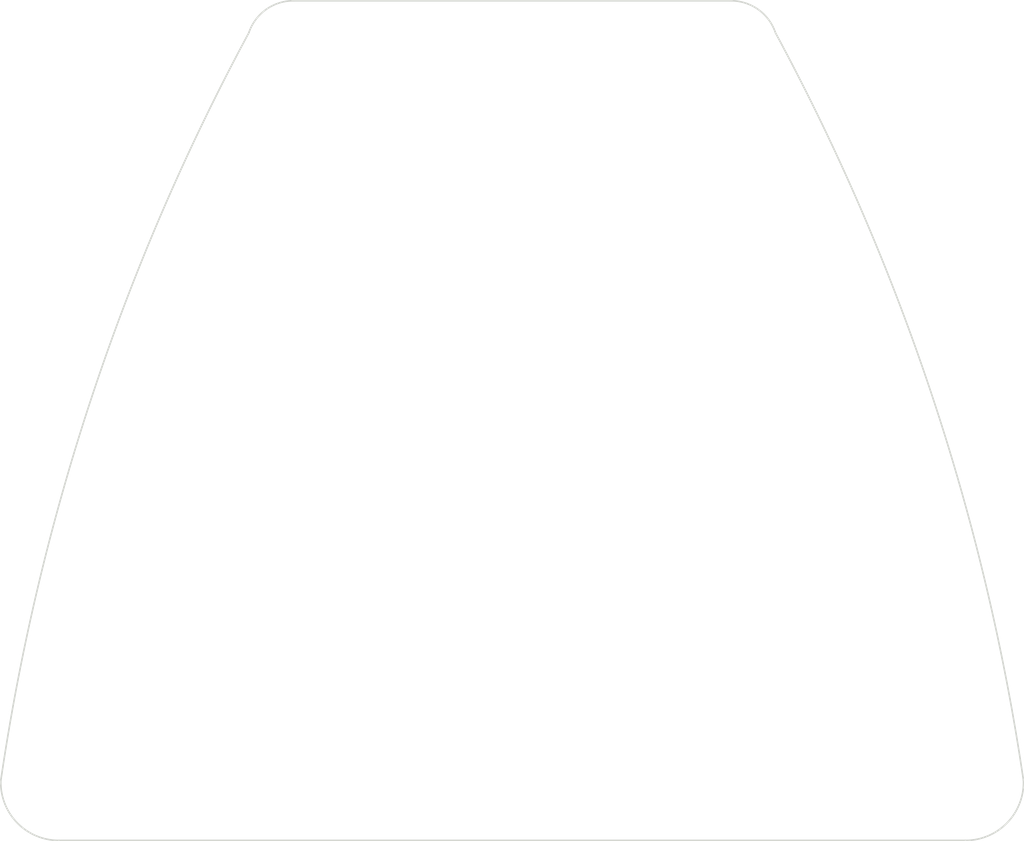
<source format=kicad_pcb>
(kicad_pcb (version 20221018) (generator pcbnew)

  (general
    (thickness 1.6)
  )

  (paper "A4")
  (layers
    (0 "F.Cu" signal)
    (31 "B.Cu" signal)
    (32 "B.Adhes" user "B.Adhesive")
    (33 "F.Adhes" user "F.Adhesive")
    (34 "B.Paste" user)
    (35 "F.Paste" user)
    (36 "B.SilkS" user "B.Silkscreen")
    (37 "F.SilkS" user "F.Silkscreen")
    (38 "B.Mask" user)
    (39 "F.Mask" user)
    (40 "Dwgs.User" user "User.Drawings")
    (41 "Cmts.User" user "User.Comments")
    (42 "Eco1.User" user "User.Eco1")
    (43 "Eco2.User" user "User.Eco2")
    (44 "Edge.Cuts" user)
    (45 "Margin" user)
    (46 "B.CrtYd" user "B.Courtyard")
    (47 "F.CrtYd" user "F.Courtyard")
    (48 "B.Fab" user)
    (49 "F.Fab" user)
    (50 "User.1" user)
    (51 "User.2" user)
    (52 "User.3" user)
    (53 "User.4" user)
    (54 "User.5" user)
    (55 "User.6" user)
    (56 "User.7" user)
    (57 "User.8" user)
    (58 "User.9" user)
  )

  (setup
    (pad_to_mask_clearance 0)
    (pcbplotparams
      (layerselection 0x00010fc_ffffffff)
      (plot_on_all_layers_selection 0x0000000_00000000)
      (disableapertmacros false)
      (usegerberextensions false)
      (usegerberattributes true)
      (usegerberadvancedattributes true)
      (creategerberjobfile true)
      (dashed_line_dash_ratio 12.000000)
      (dashed_line_gap_ratio 3.000000)
      (svgprecision 4)
      (plotframeref false)
      (viasonmask false)
      (mode 1)
      (useauxorigin false)
      (hpglpennumber 1)
      (hpglpenspeed 20)
      (hpglpendiameter 15.000000)
      (dxfpolygonmode true)
      (dxfimperialunits true)
      (dxfusepcbnewfont true)
      (psnegative false)
      (psa4output false)
      (plotreference true)
      (plotvalue true)
      (plotinvisibletext false)
      (sketchpadsonfab false)
      (subtractmaskfromsilk false)
      (outputformat 1)
      (mirror false)
      (drillshape 1)
      (scaleselection 1)
      (outputdirectory "")
    )
  )

  (net 0 "")

  (gr_line (start 190 117.713445) (end 132 117.713445)
    (stroke (width 0.1) (type default)) (layer "Edge.Cuts") (tstamp 02988d35-19a1-407a-bc7a-07cbfdf06ea6))
  (gr_line (start 175 64) (end 147 64)
    (stroke (width 0.1) (type default)) (layer "Edge.Cuts") (tstamp 2b6c2aa7-aefc-4509-ba1e-465c72c166f5))
  (gr_arc (start 175 64) (mid 176.754131 64.566274) (end 177.84605 66.051317)
    (stroke (width 0.1) (type default)) (layer "Edge.Cuts") (tstamp 472e644f-d222-4a7e-af8f-546dbe2a2655))
  (gr_arc (start 144.15395 66.051317) (mid 145.245869 64.566274) (end 147 64)
    (stroke (width 0.1) (type default)) (layer "Edge.Cuts") (tstamp 4f5a48cc-e648-476c-8515-70151766b9da))
  (gr_arc (start 177.84605 66.051317) (mid 187.870246 89.279892) (end 193.711973 113.895445)
    (stroke (width 0.1) (type default)) (layer "Edge.Cuts") (tstamp a57cad51-49d7-4216-980c-017d6e754696))
  (gr_arc (start 132 117.713445) (mid 129.337489 116.588572) (end 128.288027 113.895445)
    (stroke (width 0.1) (type default)) (layer "Edge.Cuts") (tstamp a5f372c9-3d0f-4cc6-8bbd-e26448a96504))
  (gr_arc (start 128.288027 113.895445) (mid 134.129753 89.279892) (end 144.15395 66.051317)
    (stroke (width 0.1) (type default)) (layer "Edge.Cuts") (tstamp c3690c1b-18c1-4daf-8dbb-07169b5719cf))
  (gr_arc (start 193.711973 113.895445) (mid 192.662511 116.588572) (end 190 117.713445)
    (stroke (width 0.1) (type default)) (layer "Edge.Cuts") (tstamp f5baab35-e70d-432c-a899-47be141504d6))

)

</source>
